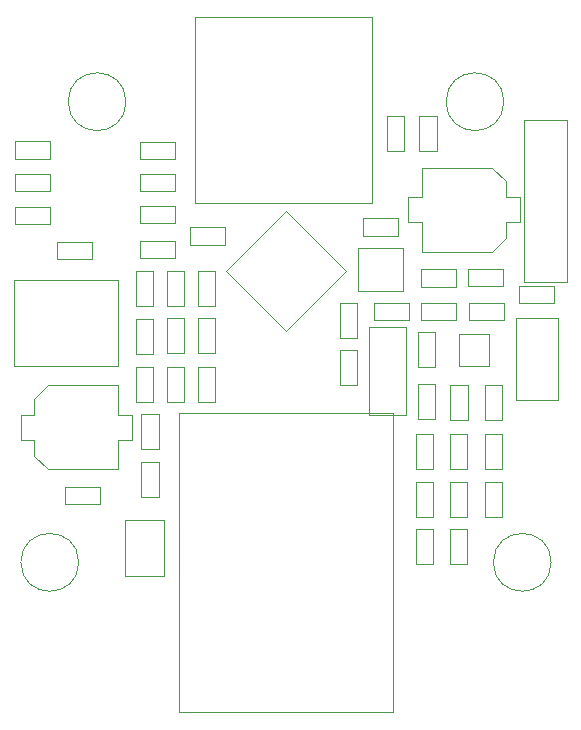
<source format=gbr>
G04 #@! TF.GenerationSoftware,KiCad,Pcbnew,5.1.9*
G04 #@! TF.CreationDate,2021-03-17T15:02:41+01:00*
G04 #@! TF.ProjectId,Y11025HL-WIFI,59313130-3235-4484-9c2d-574946492e6b,rev?*
G04 #@! TF.SameCoordinates,Original*
G04 #@! TF.FileFunction,Other,User*
%FSLAX45Y45*%
G04 Gerber Fmt 4.5, Leading zero omitted, Abs format (unit mm)*
G04 Created by KiCad (PCBNEW 5.1.9) date 2021-03-17 15:02:41*
%MOMM*%
%LPD*%
G01*
G04 APERTURE LIST*
%ADD10C,0.050000*%
G04 APERTURE END LIST*
D10*
X10002500Y-9841077D02*
X10511617Y-9331960D01*
X10511617Y-9331960D02*
X10002500Y-8822843D01*
X10002500Y-8822843D02*
X9493383Y-9331960D01*
X9493383Y-9331960D02*
X10002500Y-9841077D01*
X8876640Y-10148600D02*
X8876640Y-10444600D01*
X8730640Y-10148600D02*
X8876640Y-10148600D01*
X8730640Y-10444600D02*
X8730640Y-10148600D01*
X8876640Y-10444600D02*
X8730640Y-10444600D01*
X8992260Y-10148600D02*
X9138260Y-10148600D01*
X9138260Y-10148600D02*
X9138260Y-10444600D01*
X9138260Y-10444600D02*
X8992260Y-10444600D01*
X8992260Y-10444600D02*
X8992260Y-10148600D01*
X10706000Y-9811320D02*
X10706000Y-10551320D01*
X10706000Y-10551320D02*
X11016000Y-10551320D01*
X11016000Y-10551320D02*
X11016000Y-9811320D01*
X11016000Y-9811320D02*
X10706000Y-9811320D01*
X10986800Y-9501800D02*
X10606800Y-9501800D01*
X10606800Y-9501800D02*
X10606800Y-9141800D01*
X10606800Y-9141800D02*
X10986800Y-9141800D01*
X10986800Y-9141800D02*
X10986800Y-9501800D01*
X10854100Y-8024420D02*
X11000100Y-8024420D01*
X11000100Y-8024420D02*
X11000100Y-8320420D01*
X11000100Y-8320420D02*
X10854100Y-8320420D01*
X10854100Y-8320420D02*
X10854100Y-8024420D01*
X11536000Y-11816800D02*
X11390000Y-11816800D01*
X11390000Y-11816800D02*
X11390000Y-11520800D01*
X11390000Y-11520800D02*
X11536000Y-11520800D01*
X11536000Y-11520800D02*
X11536000Y-11816800D01*
X11128400Y-8320420D02*
X11128400Y-8024420D01*
X11274400Y-8320420D02*
X11128400Y-8320420D01*
X11274400Y-8024420D02*
X11274400Y-8320420D01*
X11128400Y-8024420D02*
X11274400Y-8024420D01*
X11392600Y-10296500D02*
X11538600Y-10296500D01*
X11538600Y-10296500D02*
X11538600Y-10592500D01*
X11538600Y-10592500D02*
X11392600Y-10592500D01*
X11392600Y-10592500D02*
X11392600Y-10296500D01*
X11544900Y-9314840D02*
X11840900Y-9314840D01*
X11544900Y-9460840D02*
X11544900Y-9314840D01*
X11840900Y-9460840D02*
X11544900Y-9460840D01*
X11840900Y-9314840D02*
X11840900Y-9460840D01*
X8776360Y-10840500D02*
X8776360Y-10544500D01*
X8922360Y-10840500D02*
X8776360Y-10840500D01*
X8922360Y-10544500D02*
X8922360Y-10840500D01*
X8776360Y-10544500D02*
X8922360Y-10544500D01*
X12268900Y-9462160D02*
X12268900Y-9608160D01*
X12268900Y-9608160D02*
X11972900Y-9608160D01*
X11972900Y-9608160D02*
X11972900Y-9462160D01*
X11972900Y-9462160D02*
X12268900Y-9462160D01*
X8428400Y-11310000D02*
X8132400Y-11310000D01*
X8428400Y-11164000D02*
X8428400Y-11310000D01*
X8132400Y-11164000D02*
X8428400Y-11164000D01*
X8132400Y-11310000D02*
X8132400Y-11164000D01*
X11977000Y-8708800D02*
X11862000Y-8708800D01*
X11977000Y-8918800D02*
X11977000Y-8708800D01*
X11862000Y-8918800D02*
X11977000Y-8918800D01*
X11862000Y-8708800D02*
X11862000Y-8573800D01*
X11862000Y-9053800D02*
X11862000Y-8918800D01*
X11862000Y-9053800D02*
X11747000Y-9168800D01*
X11862000Y-8573800D02*
X11747000Y-8458800D01*
X11747000Y-9168800D02*
X11152000Y-9168800D01*
X11747000Y-8458800D02*
X11152000Y-8458800D01*
X11152000Y-8708800D02*
X11152000Y-8458800D01*
X11037000Y-8708800D02*
X11152000Y-8708800D01*
X11037000Y-8918800D02*
X11037000Y-8708800D01*
X11152000Y-8918800D02*
X11037000Y-8918800D01*
X11152000Y-9168800D02*
X11152000Y-8918800D01*
X8357280Y-9086240D02*
X8357280Y-9232240D01*
X8357280Y-9232240D02*
X8061280Y-9232240D01*
X8061280Y-9232240D02*
X8061280Y-9086240D01*
X8061280Y-9086240D02*
X8357280Y-9086240D01*
X8579520Y-10302800D02*
X8579520Y-10552800D01*
X8579520Y-10552800D02*
X8694520Y-10552800D01*
X8694520Y-10552800D02*
X8694520Y-10762800D01*
X8694520Y-10762800D02*
X8579520Y-10762800D01*
X8579520Y-10762800D02*
X8579520Y-11012800D01*
X7984520Y-11012800D02*
X8579520Y-11012800D01*
X7984520Y-10302800D02*
X8579520Y-10302800D01*
X7869520Y-10897800D02*
X7984520Y-11012800D01*
X7869520Y-10417800D02*
X7984520Y-10302800D01*
X7869520Y-10417800D02*
X7869520Y-10552800D01*
X7869520Y-10762800D02*
X7869520Y-10897800D01*
X7869520Y-10552800D02*
X7754520Y-10552800D01*
X7754520Y-10552800D02*
X7754520Y-10762800D01*
X7754520Y-10762800D02*
X7869520Y-10762800D01*
X7999130Y-8933600D02*
X7703130Y-8933600D01*
X7999130Y-8787600D02*
X7999130Y-8933600D01*
X7703130Y-8787600D02*
X7999130Y-8787600D01*
X7703130Y-8933600D02*
X7703130Y-8787600D01*
X7703130Y-8658200D02*
X7703130Y-8512200D01*
X7703130Y-8512200D02*
X7999130Y-8512200D01*
X7999130Y-8512200D02*
X7999130Y-8658200D01*
X7999130Y-8658200D02*
X7703130Y-8658200D01*
X9232200Y-7186560D02*
X10732200Y-7186560D01*
X10732200Y-7186560D02*
X10732200Y-8756560D01*
X9232200Y-8756560D02*
X10732200Y-8756560D01*
X9232200Y-7186560D02*
X9232200Y-8756560D01*
X11682100Y-10716900D02*
X11828100Y-10716900D01*
X11828100Y-10716900D02*
X11828100Y-11012900D01*
X11828100Y-11012900D02*
X11682100Y-11012900D01*
X11682100Y-11012900D02*
X11682100Y-10716900D01*
X11243900Y-11816800D02*
X11097900Y-11816800D01*
X11097900Y-11816800D02*
X11097900Y-11520800D01*
X11097900Y-11520800D02*
X11243900Y-11520800D01*
X11243900Y-11520800D02*
X11243900Y-11816800D01*
X11828100Y-11119400D02*
X11828100Y-11415400D01*
X11682100Y-11119400D02*
X11828100Y-11119400D01*
X11682100Y-11415400D02*
X11682100Y-11119400D01*
X11828100Y-11415400D02*
X11682100Y-11415400D01*
X11828100Y-10592500D02*
X11682100Y-10592500D01*
X11682100Y-10592500D02*
X11682100Y-10296500D01*
X11682100Y-10296500D02*
X11828100Y-10296500D01*
X11828100Y-10296500D02*
X11828100Y-10592500D01*
X8776360Y-11246600D02*
X8776360Y-10950600D01*
X8922360Y-11246600D02*
X8776360Y-11246600D01*
X8922360Y-10950600D02*
X8922360Y-11246600D01*
X8776360Y-10950600D02*
X8922360Y-10950600D01*
X11551200Y-9750400D02*
X11551200Y-9604400D01*
X11551200Y-9604400D02*
X11847200Y-9604400D01*
X11847200Y-9604400D02*
X11847200Y-9750400D01*
X11847200Y-9750400D02*
X11551200Y-9750400D01*
X11442100Y-9465920D02*
X11146100Y-9465920D01*
X11442100Y-9319920D02*
X11442100Y-9465920D01*
X11146100Y-9319920D02*
X11442100Y-9319920D01*
X11146100Y-9465920D02*
X11146100Y-9319920D01*
X11243900Y-10716900D02*
X11243900Y-11012900D01*
X11097900Y-10716900D02*
X11243900Y-10716900D01*
X11097900Y-11012900D02*
X11097900Y-10716900D01*
X11243900Y-11012900D02*
X11097900Y-11012900D01*
X11097900Y-11118800D02*
X11243900Y-11118800D01*
X11243900Y-11118800D02*
X11243900Y-11414800D01*
X11243900Y-11414800D02*
X11097900Y-11414800D01*
X11097900Y-11414800D02*
X11097900Y-11118800D01*
X9058320Y-8783600D02*
X9058320Y-8929600D01*
X9058320Y-8929600D02*
X8762320Y-8929600D01*
X8762320Y-8929600D02*
X8762320Y-8783600D01*
X8762320Y-8783600D02*
X9058320Y-8783600D01*
X8762320Y-8512200D02*
X9058320Y-8512200D01*
X8762320Y-8658200D02*
X8762320Y-8512200D01*
X9058320Y-8658200D02*
X8762320Y-8658200D01*
X9058320Y-8512200D02*
X9058320Y-8658200D01*
X9479960Y-9110320D02*
X9183960Y-9110320D01*
X9479960Y-8964320D02*
X9479960Y-9110320D01*
X9183960Y-8964320D02*
X9479960Y-8964320D01*
X9183960Y-9110320D02*
X9183960Y-8964320D01*
X11390000Y-10716900D02*
X11536000Y-10716900D01*
X11536000Y-10716900D02*
X11536000Y-11012900D01*
X11536000Y-11012900D02*
X11390000Y-11012900D01*
X11390000Y-11012900D02*
X11390000Y-10716900D01*
X11390000Y-11414800D02*
X11390000Y-11118800D01*
X11536000Y-11414800D02*
X11390000Y-11414800D01*
X11536000Y-11118800D02*
X11536000Y-11414800D01*
X11390000Y-11118800D02*
X11536000Y-11118800D01*
X8968640Y-11918900D02*
X8968640Y-11438900D01*
X8968640Y-11438900D02*
X8638640Y-11438900D01*
X8638640Y-11438900D02*
X8638640Y-11918900D01*
X8638640Y-11918900D02*
X8968640Y-11918900D01*
X10905000Y-13070000D02*
X9095000Y-13070000D01*
X9095000Y-13070000D02*
X9095000Y-10540000D01*
X9095000Y-10540000D02*
X10905000Y-10540000D01*
X10905000Y-10540000D02*
X10905000Y-13070000D01*
X12301000Y-9730700D02*
X12301000Y-10426700D01*
X11951000Y-9730700D02*
X12301000Y-9730700D01*
X11951000Y-10426700D02*
X11951000Y-9730700D01*
X12301000Y-10426700D02*
X11951000Y-10426700D01*
X11717600Y-9870500D02*
X11467600Y-9870500D01*
X11467600Y-9870500D02*
X11467600Y-10134500D01*
X11467600Y-10134500D02*
X11717600Y-10134500D01*
X11717600Y-10134500D02*
X11717600Y-9870500D01*
X8578160Y-9413920D02*
X7698160Y-9413920D01*
X8578160Y-10133920D02*
X8578160Y-9413920D01*
X7698160Y-10133920D02*
X8578160Y-10133920D01*
X7698160Y-9413920D02*
X7698160Y-10133920D01*
X8876640Y-9627280D02*
X8730640Y-9627280D01*
X8730640Y-9627280D02*
X8730640Y-9331280D01*
X8730640Y-9331280D02*
X8876640Y-9331280D01*
X8876640Y-9331280D02*
X8876640Y-9627280D01*
X9058320Y-9222080D02*
X8762320Y-9222080D01*
X9058320Y-9076080D02*
X9058320Y-9222080D01*
X8762320Y-9076080D02*
X9058320Y-9076080D01*
X8762320Y-9222080D02*
X8762320Y-9076080D01*
X9399880Y-9731300D02*
X9399880Y-10027300D01*
X9253880Y-9731300D02*
X9399880Y-9731300D01*
X9253880Y-10027300D02*
X9253880Y-9731300D01*
X9399880Y-10027300D02*
X9253880Y-10027300D01*
X9138260Y-10029900D02*
X8992260Y-10029900D01*
X8992260Y-10029900D02*
X8992260Y-9733900D01*
X8992260Y-9733900D02*
X9138260Y-9733900D01*
X9138260Y-9733900D02*
X9138260Y-10029900D01*
X11118200Y-10292700D02*
X11264200Y-10292700D01*
X11264200Y-10292700D02*
X11264200Y-10588700D01*
X11264200Y-10588700D02*
X11118200Y-10588700D01*
X11118200Y-10588700D02*
X11118200Y-10292700D01*
X8876640Y-9742460D02*
X8876640Y-10038460D01*
X8730640Y-9742460D02*
X8876640Y-9742460D01*
X8730640Y-10038460D02*
X8730640Y-9742460D01*
X8876640Y-10038460D02*
X8730640Y-10038460D01*
X11146100Y-9604400D02*
X11442100Y-9604400D01*
X11146100Y-9750400D02*
X11146100Y-9604400D01*
X11442100Y-9750400D02*
X11146100Y-9750400D01*
X11442100Y-9604400D02*
X11442100Y-9750400D01*
X10944300Y-9034120D02*
X10648300Y-9034120D01*
X10944300Y-8888120D02*
X10944300Y-9034120D01*
X10648300Y-8888120D02*
X10944300Y-8888120D01*
X10648300Y-9034120D02*
X10648300Y-8888120D01*
X10603800Y-9902900D02*
X10457800Y-9902900D01*
X10457800Y-9902900D02*
X10457800Y-9606900D01*
X10457800Y-9606900D02*
X10603800Y-9606900D01*
X10603800Y-9606900D02*
X10603800Y-9902900D01*
X7999130Y-8382800D02*
X7703130Y-8382800D01*
X7999130Y-8236800D02*
X7999130Y-8382800D01*
X7703130Y-8236800D02*
X7999130Y-8236800D01*
X7703130Y-8382800D02*
X7703130Y-8236800D01*
X8992260Y-9331280D02*
X9138260Y-9331280D01*
X9138260Y-9331280D02*
X9138260Y-9627280D01*
X9138260Y-9627280D02*
X8992260Y-9627280D01*
X8992260Y-9627280D02*
X8992260Y-9331280D01*
X11118200Y-10145440D02*
X11118200Y-9849440D01*
X11264200Y-10145440D02*
X11118200Y-10145440D01*
X11264200Y-9849440D02*
X11264200Y-10145440D01*
X11118200Y-9849440D02*
X11264200Y-9849440D01*
X9399880Y-9627280D02*
X9253880Y-9627280D01*
X9253880Y-9627280D02*
X9253880Y-9331280D01*
X9253880Y-9331280D02*
X9399880Y-9331280D01*
X9399880Y-9331280D02*
X9399880Y-9627280D01*
X8762320Y-8386800D02*
X8762320Y-8240800D01*
X8762320Y-8240800D02*
X9058320Y-8240800D01*
X9058320Y-8240800D02*
X9058320Y-8386800D01*
X9058320Y-8386800D02*
X8762320Y-8386800D01*
X9253880Y-10444600D02*
X9253880Y-10148600D01*
X9399880Y-10444600D02*
X9253880Y-10444600D01*
X9399880Y-10148600D02*
X9399880Y-10444600D01*
X9253880Y-10148600D02*
X9399880Y-10148600D01*
X10457800Y-10301700D02*
X10457800Y-10005700D01*
X10603800Y-10301700D02*
X10457800Y-10301700D01*
X10603800Y-10005700D02*
X10603800Y-10301700D01*
X10457800Y-10005700D02*
X10603800Y-10005700D01*
X10743500Y-9604400D02*
X11039500Y-9604400D01*
X10743500Y-9750400D02*
X10743500Y-9604400D01*
X11039500Y-9750400D02*
X10743500Y-9750400D01*
X11039500Y-9604400D02*
X11039500Y-9750400D01*
X8245000Y-11800000D02*
G75*
G03*
X8245000Y-11800000I-245000J0D01*
G01*
X12245000Y-11800000D02*
G75*
G03*
X12245000Y-11800000I-245000J0D01*
G01*
X11845000Y-7900000D02*
G75*
G03*
X11845000Y-7900000I-245000J0D01*
G01*
X8645000Y-7900000D02*
G75*
G03*
X8645000Y-7900000I-245000J0D01*
G01*
X12377080Y-9430680D02*
X12377080Y-8055680D01*
X12377080Y-8055680D02*
X12017080Y-8055680D01*
X12017080Y-8055680D02*
X12017080Y-9430680D01*
X12017080Y-9430680D02*
X12377080Y-9430680D01*
M02*

</source>
